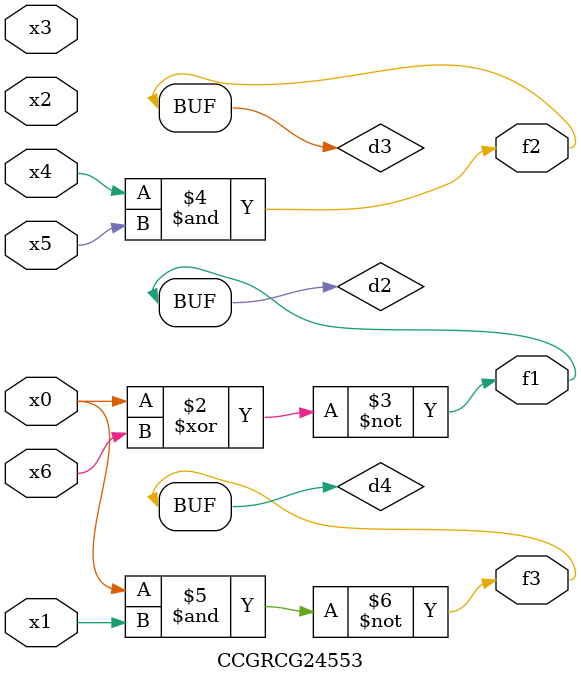
<source format=v>
module CCGRCG24553(
	input x0, x1, x2, x3, x4, x5, x6,
	output f1, f2, f3
);

	wire d1, d2, d3, d4;

	nor (d1, x0);
	xnor (d2, x0, x6);
	and (d3, x4, x5);
	nand (d4, x0, x1);
	assign f1 = d2;
	assign f2 = d3;
	assign f3 = d4;
endmodule

</source>
